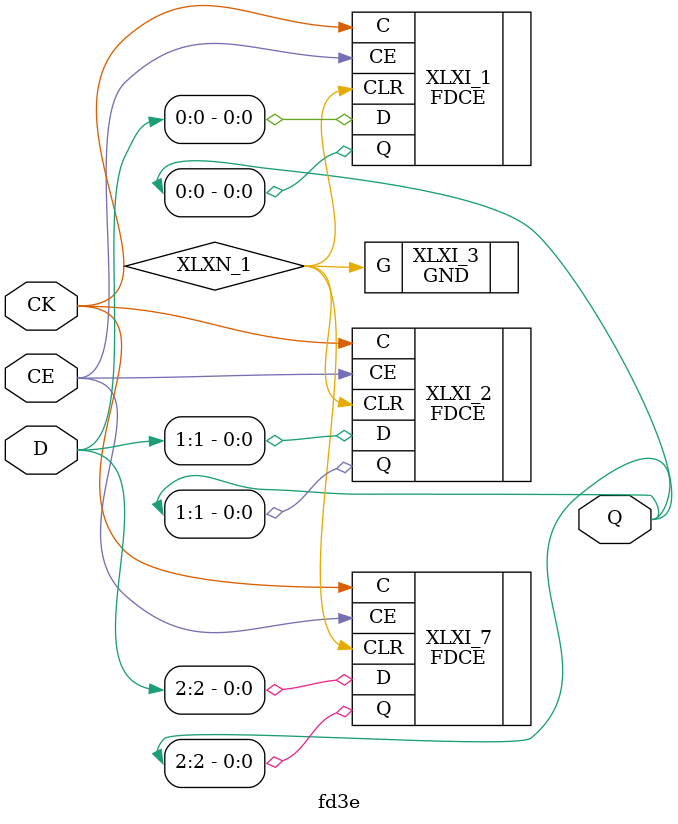
<source format=v>
module fd3e(CE, 
                                CK, 
                                D, 
                                Q);

    input CE;
    input CK;
    input [2:0] D;
   output [2:0] Q;
   
   wire XLXN_1;
   
   FDCE  XLXI_1 (.C(CK), 
                .CE(CE), 
                .CLR(XLXN_1), 
                .D(D[0]), 
                .Q(Q[0]));
   FDCE  XLXI_2 (.C(CK), 
                .CE(CE), 
                .CLR(XLXN_1), 
                .D(D[1]), 
                .Q(Q[1]));
   GND  XLXI_3 (.G(XLXN_1));
   FDCE  XLXI_7 (.C(CK), 
                .CE(CE), 
                .CLR(XLXN_1), 
                .D(D[2]), 
                .Q(Q[2]));
endmodule
</source>
